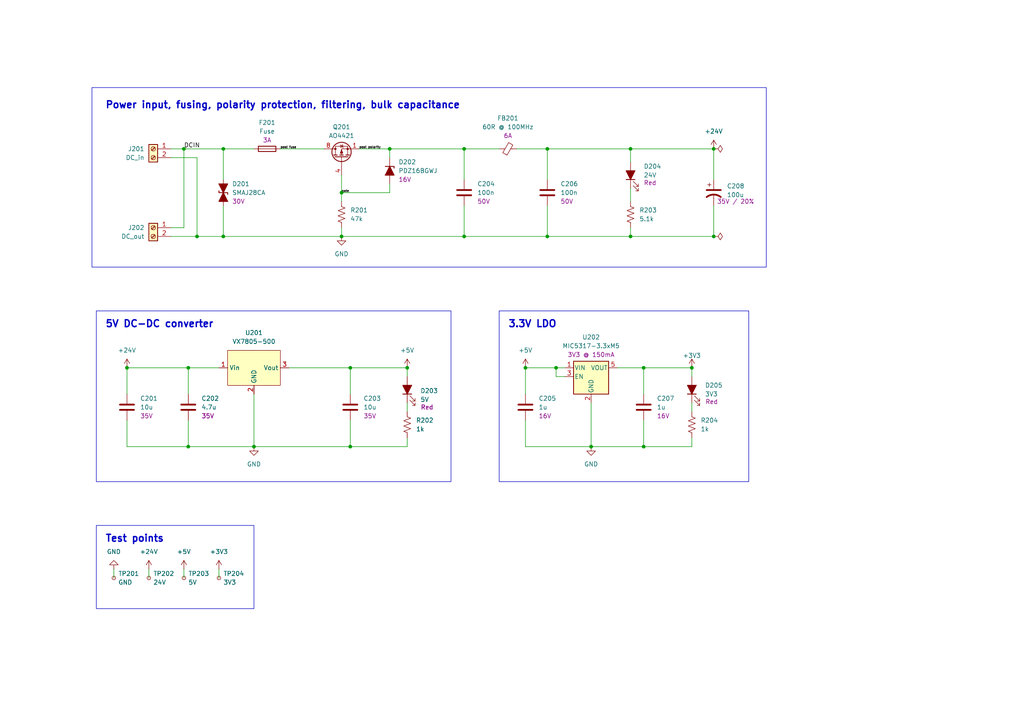
<source format=kicad_sch>
(kicad_sch (version 20230121) (generator eeschema)
  (paper "A4")
  (lib_symbols
    (symbol "Connector:Screw_Terminal_01x02" (pin_names (offset 1.016) hide)
      (property "Reference" "J" (at 0 2.54 0))
      (property "Value" "Screw_Terminal_01x02" (at 0 -5.08 0))
      (symbol "Screw_Terminal_01x02_1_1"
        (rectangle (start -1.27 1.27) (end 1.27 -3.81) (stroke (width 0.254)) (fill (type background)))
        (circle (center 0 -2.54) (radius 0.635) (stroke (width 0.1524)))
        (polyline (pts (xy -0.5334 -2.2098) (xy 0.3302 -3.048)) (stroke (width 0.1524)))
        (polyline (pts (xy -0.5334 0.3302) (xy 0.3302 -0.508)) (stroke (width 0.1524)))
        (polyline (pts (xy -0.3556 -2.032) (xy 0.508 -2.8702)) (stroke (width 0.1524)))
        (polyline (pts (xy -0.3556 0.508) (xy 0.508 -0.3302)) (stroke (width 0.1524)))
        (circle (center 0 0) (radius 0.635) (stroke (width 0.1524)))
        (pin passive line (at -5.08 0 0) (length 3.81) (name "Pin_1") (number "1"))
        (pin passive line (at -5.08 -2.54 0) (length 3.81) (name "Pin_2") (number "2"))
      )
    )
    (symbol "Connector:TestPoint_Small" (pin_numbers hide) (pin_names (offset 0.762) hide)
      (property "Reference" "TP" (at 0 3.81 0))
      (property "Value" "TestPoint_Small" (at 0 2.032 0))
      (symbol "TestPoint_Small_0_1"
        (circle (center 0 0) (radius 0.508))
      )
      (symbol "TestPoint_Small_1_1"
        (pin passive line (at 0 0 90) (length 0) (name "1") (number "1"))
      )
    )
    (symbol "Device:C" (pin_numbers hide) (pin_names (offset 0.254))
      (property "Reference" "C" (at 0.635 2.54 0))
      (property "Value" "C" (at 0.635 -2.54 0))
      (symbol "C_0_1"
        (polyline (pts (xy -2.032 -0.762) (xy 2.032 -0.762)) (stroke (width 0.508)))
        (polyline (pts (xy -2.032 0.762) (xy 2.032 0.762)) (stroke (width 0.508)))
      )
      (symbol "C_1_1"
        (pin passive line (at 0 3.81 270) (length 2.794) (name "~") (number "1"))
        (pin passive line (at 0 -3.81 90) (length 2.794) (name "~") (number "2"))
      )
    )
    (symbol "Device:C_Polarized_US" (pin_numbers hide) (pin_names (offset 0.254) hide)
      (property "Reference" "C" (at 0.635 2.54 0))
      (property "Value" "C_Polarized_US" (at 0.635 -2.54 0))
      (symbol "C_Polarized_US_0_1"
        (polyline (pts (xy -2.032 0.762) (xy 2.032 0.762)) (stroke (width 0.508)))
        (polyline (pts (xy -1.778 2.286) (xy -0.762 2.286)))
        (polyline (pts (xy -1.27 1.778) (xy -1.27 2.794)))
        (arc (start 2.032 -1.27) (mid 0 -0.5572) (end -2.032 -1.27) (stroke (width 0.508)))
      )
      (symbol "C_Polarized_US_1_1"
        (pin passive line (at 0 3.81 270) (length 2.794) (name "~") (number "1"))
        (pin passive line (at 0 -3.81 90) (length 3.302) (name "~") (number "2"))
      )
    )
    (symbol "Device:D_TVS_Filled" (pin_numbers hide) (pin_names (offset 1.016) hide)
      (property "Reference" "D" (at 0 2.54 0))
      (property "Value" "D_TVS_Filled" (at 0 -2.54 0))
      (symbol "D_TVS_Filled_0_1"
        (polyline (pts (xy 1.27 0) (xy -1.27 0)))
        (polyline (pts (xy -2.54 -1.27) (xy 0 0) (xy -2.54 1.27) (xy -2.54 -1.27)) (stroke (width 0.254)) (fill (type outline)))
        (polyline (pts (xy 0.508 1.27) (xy 0 1.27) (xy 0 -1.27) (xy -0.508 -1.27)) (stroke (width 0.254)))
        (polyline (pts (xy 2.54 1.27) (xy 2.54 -1.27) (xy 0 0) (xy 2.54 1.27)) (stroke (width 0.254)) (fill (type outline)))
      )
      (symbol "D_TVS_Filled_1_1"
        (pin passive line (at -3.81 0 0) (length 2.54) (name "A1") (number "1"))
        (pin passive line (at 3.81 0 180) (length 2.54) (name "A2") (number "2"))
      )
    )
    (symbol "Device:D_Zener_Filled" (pin_numbers hide) (pin_names (offset 1.016) hide)
      (property "Reference" "D" (at 0 2.54 0))
      (property "Value" "D_Zener_Filled" (at 0 -2.54 0))
      (symbol "D_Zener_Filled_0_1"
        (polyline (pts (xy 1.27 0) (xy -1.27 0)))
        (polyline (pts (xy -1.27 -1.27) (xy -1.27 1.27) (xy -0.762 1.27)) (stroke (width 0.254)))
        (polyline (pts (xy 1.27 -1.27) (xy 1.27 1.27) (xy -1.27 0) (xy 1.27 -1.27)) (stroke (width 0.254)) (fill (type outline)))
      )
      (symbol "D_Zener_Filled_1_1"
        (pin passive line (at -3.81 0 0) (length 2.54) (name "K") (number "1"))
        (pin passive line (at 3.81 0 180) (length 2.54) (name "A") (number "2"))
      )
    )
    (symbol "Device:FerriteBead_Small" (pin_numbers hide) (pin_names (offset 0))
      (property "Reference" "FB" (at 1.905 1.27 0))
      (property "Value" "FerriteBead_Small" (at 1.905 -1.27 0))
      (symbol "FerriteBead_Small_0_1"
        (polyline (pts (xy 0 -1.27) (xy 0 -0.7874)))
        (polyline (pts (xy 0 0.889) (xy 0 1.2954)))
        (polyline (pts (xy -1.8288 0.2794) (xy -1.1176 1.4986) (xy 1.8288 -0.2032) (xy 1.1176 -1.4224) (xy -1.8288 0.2794)))
      )
      (symbol "FerriteBead_Small_1_1"
        (pin passive line (at 0 2.54 270) (length 1.27) (name "~") (number "1"))
        (pin passive line (at 0 -2.54 90) (length 1.27) (name "~") (number "2"))
      )
    )
    (symbol "Device:Fuse" (pin_numbers hide) (pin_names (offset 0))
      (property "Reference" "F" (at 2.032 0 90))
      (property "Value" "Fuse" (at -1.905 0 90))
      (symbol "Fuse_0_1"
        (rectangle (start -0.762 -2.54) (end 0.762 2.54) (stroke (width 0.254)))
        (polyline (pts (xy 0 2.54) (xy 0 -2.54)))
      )
      (symbol "Fuse_1_1"
        (pin passive line (at 0 3.81 270) (length 1.27) (name "~") (number "1"))
        (pin passive line (at 0 -3.81 90) (length 1.27) (name "~") (number "2"))
      )
    )
    (symbol "Device:LED_Filled" (pin_numbers hide) (pin_names (offset 1.016) hide)
      (property "Reference" "D" (at 0 2.54 0))
      (property "Value" "LED_Filled" (at 0 -2.54 0))
      (symbol "LED_Filled_0_1"
        (polyline (pts (xy -1.27 -1.27) (xy -1.27 1.27)) (stroke (width 0.254)))
        (polyline (pts (xy -1.27 0) (xy 1.27 0)))
        (polyline (pts (xy 1.27 -1.27) (xy 1.27 1.27) (xy -1.27 0) (xy 1.27 -1.27)) (stroke (width 0.254)) (fill (type outline)))
        (polyline (pts (xy -3.048 -0.762) (xy -4.572 -2.286) (xy -3.81 -2.286) (xy -4.572 -2.286) (xy -4.572 -1.524)))
        (polyline (pts (xy -1.778 -0.762) (xy -3.302 -2.286) (xy -2.54 -2.286) (xy -3.302 -2.286) (xy -3.302 -1.524)))
      )
      (symbol "LED_Filled_1_1"
        (pin passive line (at -3.81 0 0) (length 2.54) (name "K") (number "1"))
        (pin passive line (at 3.81 0 180) (length 2.54) (name "A") (number "2"))
      )
    )
    (symbol "Device:R_US" (pin_numbers hide) (pin_names (offset 0))
      (property "Reference" "R" (at 2.54 0 90))
      (property "Value" "R_US" (at -2.54 0 90))
      (symbol "R_US_0_1"
        (polyline (pts (xy 0 -2.286) (xy 0 -2.54)))
        (polyline (pts (xy 0 2.286) (xy 0 2.54)))
        (polyline (pts (xy 0 -0.762) (xy 1.016 -1.143) (xy 0 -1.524) (xy -1.016 -1.905) (xy 0 -2.286)))
        (polyline (pts (xy 0 0.762) (xy 1.016 0.381) (xy 0 0) (xy -1.016 -0.381) (xy 0 -0.762)))
        (polyline (pts (xy 0 2.286) (xy 1.016 1.905) (xy 0 1.524) (xy -1.016 1.143) (xy 0 0.762)))
      )
      (symbol "R_US_1_1"
        (pin passive line (at 0 3.81 270) (length 1.27) (name "~") (number "1"))
        (pin passive line (at 0 -3.81 90) (length 1.27) (name "~") (number "2"))
      )
    )
    (symbol "Droid:Converter_DCDC_CUI_VX78-500_THT"
      (property "Reference" "U" (at 0 7.62 0))
      (property "Value" "VX7805-500" (at 0 6.35 0))
      (symbol "Converter_DCDC_CUI_VX78-500_THT_0_0"
        (pin power_in line (at -10.16 0 0) (length 2.54) (name "Vin") (number "1"))
        (pin power_in line (at 0 -7.62 90) (length 2.54) (name "GND") (number "2"))
        (pin power_out line (at 10.16 0 180) (length 2.54) (name "Vout") (number "3"))
      )
      (symbol "Converter_DCDC_CUI_VX78-500_THT_0_1"
        (rectangle (start -7.62 5.08) (end 7.62 -5.08) (stroke (width 0.1524)) (fill (type background)))
      )
    )
    (symbol "Regulator_Linear:MIC5317-3.3xM5" (pin_names (offset 0.254))
      (property "Reference" "U" (at -6.35 6.35 0))
      (property "Value" "MIC5317-3.3xM5" (at 0 6.35 0))
      (symbol "MIC5317-3.3xM5_0_1"
        (rectangle (start -5.08 4.445) (end 5.08 -5.08) (stroke (width 0.254)) (fill (type background)))
      )
      (symbol "MIC5317-3.3xM5_1_1"
        (pin power_in line (at -7.62 2.54 0) (length 2.54) (name "VIN") (number "1"))
        (pin power_in line (at 0 -7.62 90) (length 2.54) (name "GND") (number "2"))
        (pin input line (at -7.62 0 0) (length 2.54) (name "EN") (number "3"))
        (pin no_connect line (at 5.08 0 180) (length 2.54) hide (name "NC") (number "4"))
        (pin power_out line (at 7.62 2.54 180) (length 2.54) (name "VOUT") (number "5"))
      )
    )
    (symbol "Transistor_FET:IRF7404" (pin_names hide)
      (property "Reference" "Q" (at 5.08 1.905 0))
      (property "Value" "IRF7404" (at 5.08 0 0))
      (symbol "IRF7404_0_1"
        (polyline (pts (xy 0.254 0) (xy -2.54 0)))
        (polyline (pts (xy 0.254 1.905) (xy 0.254 -1.905)) (stroke (width 0.254)))
        (polyline (pts (xy 0.762 -1.27) (xy 0.762 -2.286)) (stroke (width 0.254)))
        (polyline (pts (xy 0.762 0.508) (xy 0.762 -0.508)) (stroke (width 0.254)))
        (polyline (pts (xy 0.762 2.286) (xy 0.762 1.27)) (stroke (width 0.254)))
        (polyline (pts (xy 2.54 2.54) (xy 2.54 1.778)))
        (polyline (pts (xy 2.54 -2.54) (xy 2.54 0) (xy 0.762 0)))
        (polyline (pts (xy 0.762 1.778) (xy 3.302 1.778) (xy 3.302 -1.778) (xy 0.762 -1.778)))
        (polyline (pts (xy 2.286 0) (xy 1.27 0.381) (xy 1.27 -0.381) (xy 2.286 0)) (fill (type outline)))
        (polyline (pts (xy 2.794 -0.508) (xy 2.921 -0.381) (xy 3.683 -0.381) (xy 3.81 -0.254)))
        (polyline (pts (xy 3.302 -0.381) (xy 2.921 0.254) (xy 3.683 0.254) (xy 3.302 -0.381)))
        (circle (center 1.651 0) (radius 2.794) (stroke (width 0.254)))
        (circle (center 2.54 -1.778) (radius 0.254) (fill (type outline)))
        (circle (center 2.54 1.778) (radius 0.254) (fill (type outline)))
      )
      (symbol "IRF7404_1_1"
        (pin passive line (at 2.54 -5.08 90) (length 2.54) (name "S") (number "1"))
        (pin passive line (at 2.54 -5.08 90) (length 2.54) hide (name "S") (number "2"))
        (pin passive line (at 2.54 -5.08 90) (length 2.54) hide (name "S") (number "3"))
        (pin passive line (at -5.08 0 0) (length 2.54) (name "G") (number "4"))
        (pin passive line (at 2.54 5.08 270) (length 2.54) hide (name "D") (number "5"))
        (pin passive line (at 2.54 5.08 270) (length 2.54) hide (name "D") (number "6"))
        (pin passive line (at 2.54 5.08 270) (length 2.54) hide (name "D") (number "7"))
        (pin passive line (at 2.54 5.08 270) (length 2.54) (name "D") (number "8"))
      )
    )
    (symbol "power:+24V" (power) (pin_names (offset 0))
      (property "Value" "+24V" (at 0 3.556 0))
      (symbol "+24V_0_1"
        (polyline (pts (xy -0.762 1.27) (xy 0 2.54)))
        (polyline (pts (xy 0 0) (xy 0 2.54)))
        (polyline (pts (xy 0 2.54) (xy 0.762 1.27)))
      )
      (symbol "+24V_1_1"
        (pin power_in line (at 0 0 90) (length 0) hide (name "+24V") (number "1"))
      )
    )
    (symbol "power:+3V3" (power) (pin_names (offset 0))
      (property "Value" "+3V3" (at 0 3.556 0))
      (symbol "+3V3_0_1"
        (polyline (pts (xy -0.762 1.27) (xy 0 2.54)))
        (polyline (pts (xy 0 0) (xy 0 2.54)))
        (polyline (pts (xy 0 2.54) (xy 0.762 1.27)))
      )
      (symbol "+3V3_1_1"
        (pin power_in line (at 0 0 90) (length 0) hide (name "+3V3") (number "1"))
      )
    )
    (symbol "power:+5V" (power) (pin_names (offset 0))
      (property "Value" "+5V" (at 0 3.556 0))
      (symbol "+5V_0_1"
        (polyline (pts (xy -0.762 1.27) (xy 0 2.54)))
        (polyline (pts (xy 0 0) (xy 0 2.54)))
        (polyline (pts (xy 0 2.54) (xy 0.762 1.27)))
      )
      (symbol "+5V_1_1"
        (pin power_in line (at 0 0 90) (length 0) hide (name "+5V") (number "1"))
      )
    )
    (symbol "power:GND" (power) (pin_names (offset 0))
      (property "Value" "GND" (at 0 -3.81 0))
      (symbol "GND_0_1"
        (polyline (pts (xy 0 0) (xy 0 -1.27) (xy 1.27 -1.27) (xy 0 -2.54) (xy -1.27 -1.27) (xy 0 -1.27)))
      )
      (symbol "GND_1_1"
        (pin power_in line (at 0 0 270) (length 0) hide (name "GND") (number "1"))
      )
    )
    (symbol "power:PWR_FLAG" (power) (pin_numbers hide) (pin_names (offset 0) hide)
      (property "Value" "PWR_FLAG" (at 0 3.81 0))
      (symbol "PWR_FLAG_0_0"
        (pin power_out line (at 0 0 90) (length 0) (name "pwr") (number "1"))
      )
      (symbol "PWR_FLAG_0_1"
        (polyline (pts (xy 0 0) (xy 0 1.27) (xy -1.016 1.905) (xy 0 2.54) (xy 1.016 1.905) (xy 0 1.27)))
      )
    )
  )
  (junction (at 186.69 129.54))
  (junction (at 186.69 106.68))
  (junction (at 99.06 55.88))
  (junction (at 73.66 129.54))
  (junction (at 53.34 43.18))
  (junction (at 161.29 106.68))
  (junction (at 54.61 106.68))
  (junction (at 101.6 129.54))
  (junction (at 113.03 43.18))
  (junction (at 207.01 68.58))
  (junction (at 99.06 68.58))
  (junction (at 158.75 43.18))
  (junction (at 158.75 68.58))
  (junction (at 101.6 106.68))
  (junction (at 36.83 106.68))
  (junction (at 118.11 106.68))
  (junction (at 134.62 43.18))
  (junction (at 134.62 68.58))
  (junction (at 171.45 129.54))
  (junction (at 64.77 68.58))
  (junction (at 64.77 43.18))
  (junction (at 57.15 68.58))
  (junction (at 152.4 106.68))
  (junction (at 207.01 43.18))
  (junction (at 182.88 43.18))
  (junction (at 200.66 106.68))
  (junction (at 182.88 68.58))
  (junction (at 54.61 129.54))
  (wire (pts (xy 118.11 109.22) (xy 118.11 106.68)))
  (wire (pts (xy 118.11 116.84) (xy 118.11 119.38)))
  (wire (pts (xy 113.03 45.72) (xy 113.03 43.18)))
  (wire (pts (xy 158.75 52.07) (xy 158.75 43.18)))
  (wire (pts (xy 81.28 43.18) (xy 93.98 43.18)))
  (wire (pts (xy 53.34 43.18) (xy 64.77 43.18)))
  (wire (pts (xy 163.83 109.22) (xy 161.29 109.22)))
  (wire (pts (xy 43.18 165.1) (xy 43.18 167.64)))
  (wire (pts (xy 101.6 106.68) (xy 83.82 106.68)))
  (wire (pts (xy 158.75 59.69) (xy 158.75 68.58)))
  (wire (pts (xy 99.06 50.8) (xy 99.06 55.88)))
  (wire (pts (xy 186.69 129.54) (xy 171.45 129.54)))
  (wire (pts (xy 134.62 68.58) (xy 99.06 68.58)))
  (wire (pts (xy 33.02 165.1) (xy 33.02 167.64)))
  (wire (pts (xy 134.62 43.18) (xy 144.78 43.18)))
  (wire (pts (xy 113.03 43.18) (xy 104.14 43.18)))
  (wire (pts (xy 161.29 109.22) (xy 161.29 106.68)))
  (wire (pts (xy 152.4 106.68) (xy 161.29 106.68)))
  (wire (pts (xy 182.88 66.04) (xy 182.88 68.58)))
  (wire (pts (xy 64.77 43.18) (xy 73.66 43.18)))
  (wire (pts (xy 152.4 129.54) (xy 171.45 129.54)))
  (wire (pts (xy 149.86 43.18) (xy 158.75 43.18)))
  (wire (pts (xy 49.53 66.04) (xy 53.34 66.04)))
  (wire (pts (xy 207.01 68.58) (xy 182.88 68.58)))
  (wire (pts (xy 182.88 54.61) (xy 182.88 58.42)))
  (wire (pts (xy 53.34 43.18) (xy 53.34 66.04)))
  (wire (pts (xy 182.88 46.99) (xy 182.88 43.18)))
  (wire (pts (xy 63.5 165.1) (xy 63.5 167.64)))
  (wire (pts (xy 54.61 106.68) (xy 54.61 114.3)))
  (wire (pts (xy 99.06 66.04) (xy 99.06 68.58)))
  (wire (pts (xy 53.34 165.1) (xy 53.34 167.64)))
  (wire (pts (xy 49.53 43.18) (xy 53.34 43.18)))
  (wire (pts (xy 200.66 109.22) (xy 200.66 106.68)))
  (wire (pts (xy 158.75 43.18) (xy 182.88 43.18)))
  (wire (pts (xy 113.03 55.88) (xy 113.03 53.34)))
  (wire (pts (xy 99.06 55.88) (xy 99.06 58.42)))
  (wire (pts (xy 64.77 59.69) (xy 64.77 68.58)))
  (wire (pts (xy 200.66 127) (xy 200.66 129.54)))
  (wire (pts (xy 152.4 121.92) (xy 152.4 129.54)))
  (wire (pts (xy 73.66 129.54) (xy 101.6 129.54)))
  (wire (pts (xy 186.69 129.54) (xy 200.66 129.54)))
  (wire (pts (xy 36.83 114.3) (xy 36.83 106.68)))
  (wire (pts (xy 152.4 114.3) (xy 152.4 106.68)))
  (wire (pts (xy 207.01 52.07) (xy 207.01 43.18)))
  (wire (pts (xy 118.11 129.54) (xy 118.11 127)))
  (wire (pts (xy 158.75 68.58) (xy 182.88 68.58)))
  (wire (pts (xy 161.29 106.68) (xy 163.83 106.68)))
  (wire (pts (xy 73.66 114.3) (xy 73.66 129.54)))
  (wire (pts (xy 57.15 68.58) (xy 64.77 68.58)))
  (wire (pts (xy 54.61 129.54) (xy 73.66 129.54)))
  (wire (pts (xy 182.88 43.18) (xy 207.01 43.18)))
  (wire (pts (xy 171.45 116.84) (xy 171.45 129.54)))
  (wire (pts (xy 101.6 129.54) (xy 118.11 129.54)))
  (wire (pts (xy 99.06 68.58) (xy 64.77 68.58)))
  (wire (pts (xy 63.5 106.68) (xy 54.61 106.68)))
  (wire (pts (xy 101.6 114.3) (xy 101.6 106.68)))
  (wire (pts (xy 36.83 121.92) (xy 36.83 129.54)))
  (wire (pts (xy 36.83 129.54) (xy 54.61 129.54)))
  (wire (pts (xy 99.06 55.88) (xy 113.03 55.88)))
  (wire (pts (xy 49.53 45.72) (xy 57.15 45.72)))
  (wire (pts (xy 134.62 68.58) (xy 158.75 68.58)))
  (wire (pts (xy 64.77 43.18) (xy 64.77 52.07)))
  (wire (pts (xy 101.6 121.92) (xy 101.6 129.54)))
  (wire (pts (xy 179.07 106.68) (xy 186.69 106.68)))
  (wire (pts (xy 186.69 121.92) (xy 186.69 129.54)))
  (wire (pts (xy 134.62 52.07) (xy 134.62 43.18)))
  (wire (pts (xy 186.69 114.3) (xy 186.69 106.68)))
  (wire (pts (xy 54.61 121.92) (xy 54.61 129.54)))
  (wire (pts (xy 186.69 106.68) (xy 200.66 106.68)))
  (wire (pts (xy 200.66 116.84) (xy 200.66 119.38)))
  (wire (pts (xy 49.53 68.58) (xy 57.15 68.58)))
  (wire (pts (xy 36.83 106.68) (xy 54.61 106.68)))
  (wire (pts (xy 207.01 59.69) (xy 207.01 68.58)))
  (wire (pts (xy 57.15 45.72) (xy 57.15 68.58)))
  (wire (pts (xy 113.03 43.18) (xy 134.62 43.18)))
  (wire (pts (xy 134.62 59.69) (xy 134.62 68.58)))
  (wire (pts (xy 118.11 106.68) (xy 101.6 106.68)))
  (rectangle (start 27.94 152.4) (end 73.66 176.53))
  (rectangle (start 27.94 90.17) (end 130.81 139.7))
  (rectangle (start 26.67 25.4) (end 222.25 77.47))
  (rectangle (start 144.78 90.17) (end 217.17 139.7))
  (text "3.3V LDO" (at 147.32 95.25 0) (effects (font (size 2 2) bold) (justify left bottom)))
  (text "Test points" (at 30.48 157.48 0) (effects (font (size 2 2) (thickness 0.4) bold) (justify left bottom)))
  (text "5V DC-DC converter	" (at 30.48 95.25 0) (effects (font (size 2 2) bold) (justify left bottom)))
  (text "Power input, fusing, polarity protection, filtering, bulk capacitance" (at 30.48 31.75 0) (effects (font (size 2 2) (thickness 0.4) bold) (justify left bottom)))
  (label "post polarity" (at 104.14 43.18 0) (effects (font (size 0.64 0.64))))
  (label "gate" (at 99.06 55.88 0) (effects (font (size 0.64 0.64))))
  (label "post fuse" (at 81.28 43.18 0) (effects (font (size 0.64 0.64))))
  (label "DCIN" (at 53.34 43.18 0))
  (symbol (lib_id "Connector:TestPoint_Small") (at 63.5 167.64 0) (unit 1)
    (property "Reference" "TP204" (at 64.77 166.37 0) (effects (justify left)))
    (property "Value" "3V3" (at 64.77 168.91 0) (effects (justify left)))
    (property "Footprint" "TestPoint:TestPoint_Pad_1.0x1.0mm" (effects hide))
  )
  (symbol (lib_id "Connector:Screw_Terminal_01x02") (at 44.45 43.18 0) (mirror y) (unit 1)
    (property "Reference" "J201" (at 41.91 43.18 0) (effects (justify left)))
    (property "Value" "DC_in" (at 41.91 45.72 0) (effects (justify left)))
    (property "Footprint" "Droid:TerminalBlock_PhoenixContact_2x5mm" (effects hide))
    (property "Datasheet" "https://mm.digikey.com/Volume0/opasdata/d220001/medias/docus/909/1935161.pdf" (effects hide))
    (property "mpn" "1935161" (effects hide))
  )
  (symbol (lib_id "Device:R_US") (at 182.88 62.23 0) (unit 1)
    (property "Reference" "R203" (at 185.42 60.96 0) (effects (justify left)))
    (property "Value" "5.1k" (at 185.42 63.5 0) (effects (justify left)))
    (property "Footprint" "Droid:R_0603_HandSolder" (effects hide))
    (property "mpn" "RMCF0603FT5K10" (effects hide))
  )
  (symbol (lib_id "power:+5V") (at 53.34 165.1 0) (unit 1)
    (property "Reference" "#PWR0204" (effects hide))
    (property "Value" "+5V" (at 53.34 160.02 0))
  )
  (symbol (lib_id "Connector:TestPoint_Small") (at 53.34 167.64 0) (unit 1)
    (property "Reference" "TP203" (at 54.61 166.37 0) (effects (justify left)))
    (property "Value" "5V" (at 54.61 168.91 0) (effects (justify left)))
    (property "Footprint" "TestPoint:TestPoint_Pad_1.0x1.0mm" (effects hide))
  )
  (symbol (lib_id "Device:C") (at 54.61 118.11 0) (unit 1)
    (property "Reference" "C202" (at 58.42 115.57 0) (effects (justify left)))
    (property "Value" "4.7u" (at 58.42 118.11 0) (effects (justify left)))
    (property "Footprint" "Droid:C_0603_HandSolder" (effects hide))
    (property "mpn" "GRT188R6YA475KE13D" (effects hide))
    (property "Rating" "35V" (at 58.42 120.65 0) (effects (justify left)))
  )
  (symbol (lib_id "Device:C") (at 36.83 118.11 0) (unit 1)
    (property "Reference" "C201" (at 40.64 115.57 0) (effects (justify left)))
    (property "Value" "10u" (at 40.64 118.11 0) (effects (justify left)))
    (property "Footprint" "Droid:C_0603_HandSolder" (effects hide))
    (property "mpn" "GRM188R6YA106MA73D" (effects hide))
    (property "Rating" "35V" (at 40.64 120.65 0) (effects (justify left)))
  )
  (symbol (lib_id "Connector:Screw_Terminal_01x02") (at 44.45 66.04 0) (mirror y) (unit 1)
    (property "Reference" "J202" (at 41.91 66.04 0) (effects (justify left)))
    (property "Value" "DC_out" (at 41.91 68.58 0) (effects (justify left)))
    (property "Footprint" "Droid:TerminalBlock_PhoenixContact_2x5mm" (effects hide))
    (property "mpn" "1935161" (effects hide))
  )
  (symbol (lib_id "Device:C") (at 186.69 118.11 0) (unit 1)
    (property "Reference" "C207" (at 190.5 115.57 0) (effects (justify left)))
    (property "Value" "1u" (at 190.5 118.11 0) (effects (justify left)))
    (property "Footprint" "Droid:C_0603_HandSolder" (effects hide))
    (property "mpn" "CL10B105MO8NNWC" (effects hide))
    (property "Rating" "16V" (at 190.5 120.65 0) (effects (justify left)))
  )
  (symbol (lib_id "Device:D_Zener_Filled") (at 113.03 49.53 270) (unit 1)
    (property "Reference" "D202" (at 115.57 46.99 90) (effects (justify left)))
    (property "Value" "PDZ16BGWJ" (at 115.57 49.53 90) (effects (justify left)))
    (property "Footprint" "Droid:D_SOD-123" (effects hide))
    (property "Datasheet" "https://assets.nexperia.com/documents/data-sheet/PDZ-GW_SER.pdf" (effects hide))
    (property "Rating" "16V" (at 115.57 52.07 90) (effects (justify left)))
    (property "mpn" "PDZ16BGWJ" (effects hide))
  )
  (symbol (lib_id "power:+24V") (at 207.01 43.18 0) (unit 1)
    (property "Reference" "#PWR0212" (effects hide))
    (property "Value" "+24V" (at 207.01 38.1 0))
  )
  (symbol (lib_id "power:GND") (at 33.02 165.1 180) (unit 1)
    (property "Reference" "#PWR0201" (effects hide))
    (property "Value" "GND" (at 33.02 160.02 0))
  )
  (symbol (lib_id "power:+5V") (at 152.4 106.68 0) (unit 1)
    (property "Reference" "#PWR0209" (effects hide))
    (property "Value" "+5V" (at 152.4 101.6 0))
  )
  (symbol (lib_id "Device:C") (at 101.6 118.11 0) (unit 1)
    (property "Reference" "C203" (at 105.41 115.57 0) (effects (justify left)))
    (property "Value" "10u" (at 105.41 118.11 0) (effects (justify left)))
    (property "Footprint" "Droid:C_0603_HandSolder" (effects hide))
    (property "mpn" "GRM188R6YA106MA73D" (effects hide))
    (property "Rating" "35V" (at 105.41 120.65 0) (effects (justify left)))
  )
  (symbol (lib_id "power:GND") (at 171.45 129.54 0) (unit 1)
    (property "Reference" "#PWR0210" (effects hide))
    (property "Value" "GND" (at 171.45 134.62 0))
  )
  (symbol (lib_id "power:+5V") (at 118.11 106.68 0) (unit 1)
    (property "Reference" "#PWR0208" (effects hide))
    (property "Value" "+5V" (at 118.11 101.6 0))
  )
  (symbol (lib_id "Droid:Converter_DCDC_CUI_VX78-500_THT") (at 73.66 106.68 0) (unit 1)
    (property "Reference" "U201" (at 73.66 96.52 0))
    (property "Value" "VX7805-500" (at 73.66 99.06 0))
    (property "Footprint" "Droid:Converter_DCDC_CUI_VX7805-500" (effects hide))
    (property "Datasheet" "https://www.mouser.com/datasheet/2/670/vx78_500-1774570.pdf" (effects hide))
    (property "mpn" "VX7805-500" (effects hide))
  )
  (symbol (lib_id "Device:C_Polarized_US") (at 207.01 55.88 0) (unit 1)
    (property "Reference" "C208" (at 210.82 53.975 0) (effects (justify left)))
    (property "Value" "100u" (at 210.82 56.515 0) (effects (justify left)))
    (property "Footprint" "Capacitor_SMD:CP_Elec_6.3x9.9" (effects hide))
    (property "mpn" "865080653016" (effects hide))
    (property "Rating" "35V / 20%" (at 213.36 58.42 0))
  )
  (symbol (lib_id "power:+3V3") (at 63.5 165.1 0) (unit 1)
    (property "Reference" "#PWR0205" (effects hide))
    (property "Value" "+3V3" (at 63.5 160.02 0))
  )
  (symbol (lib_id "power:PWR_FLAG") (at 207.01 43.18 270) (unit 1)
    (property "Reference" "#FLG0201" (effects hide))
    (property "Value" "PWR_FLAG" (effects hide))
  )
  (symbol (lib_id "Device:FerriteBead_Small") (at 147.32 43.18 90) (unit 1)
    (property "Reference" "FB201" (at 147.32 34.29 90))
    (property "Value" "60R @ 100MHz" (at 147.32 36.83 90))
    (property "Footprint" "Inductor_SMD:L_1806_4516Metric_Pad1.45x1.90mm_HandSolder" (effects hide))
    (property "Datasheet" "https://www.murata.com/en-us/products/productdata/8796739862558/ENFA0007.pdf" (effects hide))
    (property "Rating" "6A" (at 147.32 39.37 90))
    (property "mpn" "BLM41PG600SN1L" (effects hide))
  )
  (symbol (lib_id "Device:R_US") (at 99.06 62.23 0) (unit 1)
    (property "Reference" "R201" (at 101.6 60.96 0) (effects (justify left)))
    (property "Value" "47k" (at 101.6 63.5 0) (effects (justify left)))
    (property "Footprint" "Droid:R_0603_HandSolder" (effects hide))
    (property "mpn" "RC0603FR-0747KL" (effects hide))
  )
  (symbol (lib_id "Connector:TestPoint_Small") (at 33.02 167.64 0) (unit 1)
    (property "Reference" "TP201" (at 34.29 166.37 0) (effects (justify left)))
    (property "Value" "GND" (at 34.29 168.91 0) (effects (justify left)))
    (property "Footprint" "TestPoint:TestPoint_Pad_1.0x1.0mm" (effects hide))
  )
  (symbol (lib_id "Device:C") (at 158.75 55.88 0) (unit 1)
    (property "Reference" "C206" (at 162.56 53.34 0) (effects (justify left)))
    (property "Value" "100n" (at 162.56 55.88 0) (effects (justify left)))
    (property "Footprint" "Droid:C_0603_HandSolder" (effects hide))
    (property "mpn" "CL10B104KB8NNNC" (effects hide))
    (property "Rating" "50V" (at 162.56 58.42 0) (effects (justify left)))
  )
  (symbol (lib_id "Device:C") (at 134.62 55.88 0) (unit 1)
    (property "Reference" "C204" (at 138.43 53.34 0) (effects (justify left)))
    (property "Value" "100n" (at 138.43 55.88 0) (effects (justify left)))
    (property "Footprint" "Droid:C_0603_HandSolder" (effects hide))
    (property "mpn" "CL10B104KB8NNNC" (effects hide))
    (property "Rating" "50V" (at 138.43 58.42 0) (effects (justify left)))
  )
  (symbol (lib_id "power:PWR_FLAG") (at 207.01 68.58 270) (unit 1)
    (property "Reference" "#FLG0202" (effects hide))
    (property "Value" "PWR_FLAG" (effects hide))
  )
  (symbol (lib_id "Device:R_US") (at 118.11 123.19 0) (unit 1)
    (property "Reference" "R202" (at 120.65 121.92 0) (effects (justify left)))
    (property "Value" "1k" (at 120.65 124.46 0) (effects (justify left)))
    (property "Footprint" "Droid:R_0603_HandSolder" (effects hide))
    (property "mpn" "RMCF0603JT1K00" (effects hide))
    (property "Rating" "100mw" (effects hide))
  )
  (symbol (lib_id "Device:LED_Filled") (at 182.88 50.8 90) (unit 1)
    (property "Reference" "D204" (at 186.69 48.26 90) (effects (justify right)))
    (property "Value" "24V" (at 186.69 50.8 90) (effects (justify right)))
    (property "Footprint" "Droid:LED_0805_LiteOn" (effects hide))
    (property "mpn" "APT2012EC" (effects hide))
    (property "Rating" "Red" (at 186.69 53.0225 90) (effects (justify right)))
  )
  (symbol (lib_id "power:GND") (at 73.66 129.54 0) (unit 1)
    (property "Reference" "#PWR0206" (effects hide))
    (property "Value" "GND" (at 73.66 134.62 0))
  )
  (symbol (lib_id "power:+3V3") (at 200.66 106.68 0) (unit 1)
    (property "Reference" "#PWR0211" (effects hide))
    (property "Value" "+3V3" (at 200.66 103.124 0))
  )
  (symbol (lib_id "power:GND") (at 99.06 68.58 0) (unit 1)
    (property "Reference" "#PWR0207" (effects hide))
    (property "Value" "GND" (at 99.06 73.66 0))
  )
  (symbol (lib_id "Device:LED_Filled") (at 118.11 113.03 90) (unit 1)
    (property "Reference" "D203" (at 121.92 113.3475 90) (effects (justify right)))
    (property "Value" "5V" (at 121.92 115.8875 90) (effects (justify right)))
    (property "Footprint" "Droid:LED_0805_LiteOn" (effects hide))
    (property "Datasheet" "https://optoelectronics.liteon.com/upload/download/DS22-2000-109/LTST-C171KRKT.pdf" (effects hide))
    (property "mpn" "APT2012EC" (effects hide))
    (property "Rating" "Red" (at 125.73 118.11 90) (effects (justify left)))
  )
  (symbol (lib_id "Regulator_Linear:MIC5317-3.3xM5") (at 171.45 109.22 0) (unit 1)
    (property "Reference" "U202" (at 171.45 97.79 0))
    (property "Value" "MIC5317-3.3xM5" (at 171.45 100.33 0))
    (property "Footprint" "Package_TO_SOT_SMD:SOT-23-5" (effects hide))
    (property "Datasheet" "https://ww1.microchip.com/downloads/aemDocuments/documents/OTH/ProductDocuments/DataSheets/MIC5317-High-Performance-Single-150mA-LDO-DS20006195B.pdf" (effects hide))
    (property "mpn" "MIC5317-3.3YD5" (effects hide))
    (property "Rating" "3V3 @ 150mA" (at 171.45 102.87 0))
  )
  (symbol (lib_id "Device:Fuse") (at 77.47 43.18 90) (unit 1)
    (property "Reference" "F201" (at 77.47 35.56 90))
    (property "Value" "Fuse" (at 77.47 38.1 90))
    (property "Footprint" "Fuse:Fuseholder_Blade_Mini_Keystone_3568" (effects hide))
    (property "Datasheet" "https://www.keyelco.com/userAssets/file/M65p42.pdf" (effects hide))
    (property "Rating" "3A" (at 77.47 40.64 90))
    (property "mpn" "3568" (effects hide))
  )
  (symbol (lib_id "power:+24V") (at 43.18 165.1 0) (unit 1)
    (property "Reference" "#PWR0203" (effects hide))
    (property "Value" "+24V" (at 43.18 160.02 0))
  )
  (symbol (lib_id "Device:D_TVS_Filled") (at 64.77 55.88 90) (unit 1)
    (property "Reference" "D201" (at 67.31 53.34 90) (effects (justify right)))
    (property "Value" "SMAJ28CA" (at 67.31 55.88 90) (effects (justify right)))
    (property "Footprint" "Droid:D_SMA" (effects hide))
    (property "Datasheet" "https://www.bourns.com/docs/Product-Datasheets/SMAJ.pdf" (effects hide))
    (property "Rating" "30V" (at 67.31 58.42 90) (effects (justify right)))
    (property "mpn" "SMAJ28CA" (effects hide))
  )
  (symbol (lib_id "Device:C") (at 152.4 118.11 0) (unit 1)
    (property "Reference" "C205" (at 156.21 115.57 0) (effects (justify left)))
    (property "Value" "1u" (at 156.21 118.11 0) (effects (justify left)))
    (property "Footprint" "Droid:C_0603_HandSolder" (effects hide))
    (property "mpn" "CL10B105MO8NNWC" (effects hide))
    (property "Rating" "16V" (at 156.21 120.65 0) (effects (justify left)))
  )
  (symbol (lib_id "Connector:TestPoint_Small") (at 43.18 167.64 0) (unit 1)
    (property "Reference" "TP202" (at 44.45 166.37 0) (effects (justify left)))
    (property "Value" "24V" (at 44.45 168.91 0) (effects (justify left)))
    (property "Footprint" "TestPoint:TestPoint_Pad_1.0x1.0mm" (effects hide))
  )
  (symbol (lib_id "power:+24V") (at 36.83 106.68 0) (unit 1)
    (property "Reference" "#PWR0202" (effects hide))
    (property "Value" "+24V" (at 36.83 101.6 0))
  )
  (symbol (lib_id "Transistor_FET:IRF7404") (at 99.06 45.72 90) (unit 1)
    (property "Reference" "Q201" (at 99.06 36.83 90))
    (property "Value" "AO4421" (at 99.06 39.37 90))
    (property "Footprint" "Package_SO:SOIC-8_3.9x4.9mm_P1.27mm" (effects hide))
    (property "Datasheet" "http://www.aosmd.com/res/data_sheets/AO4421.pdf" (effects hide))
    (property "mpn" "AO4421" (effects hide))
  )
  (symbol (lib_id "Device:R_US") (at 200.66 123.19 0) (unit 1)
    (property "Reference" "R204" (at 203.2 121.92 0) (effects (justify left)))
    (property "Value" "1k" (at 203.2 124.46 0) (effects (justify left)))
    (property "Footprint" "Droid:R_0603_HandSolder" (effects hide))
    (property "mpn" "RMCF0603JT1K00" (effects hide))
    (property "Rating" "100mw" (effects hide))
  )
  (symbol (lib_id "Device:LED_Filled") (at 200.66 113.03 90) (unit 1)
    (property "Reference" "D205" (at 204.47 111.76 90) (effects (justify right)))
    (property "Value" "3V3" (at 204.47 114.3 90) (effects (justify right)))
    (property "Footprint" "Droid:LED_0805_LiteOn" (effects hide))
    (property "mpn" "APT2012EC" (effects hide))
    (property "Rating" "Red" (at 208.28 116.5225 90) (effects (justify left)))
  )
)
</source>
